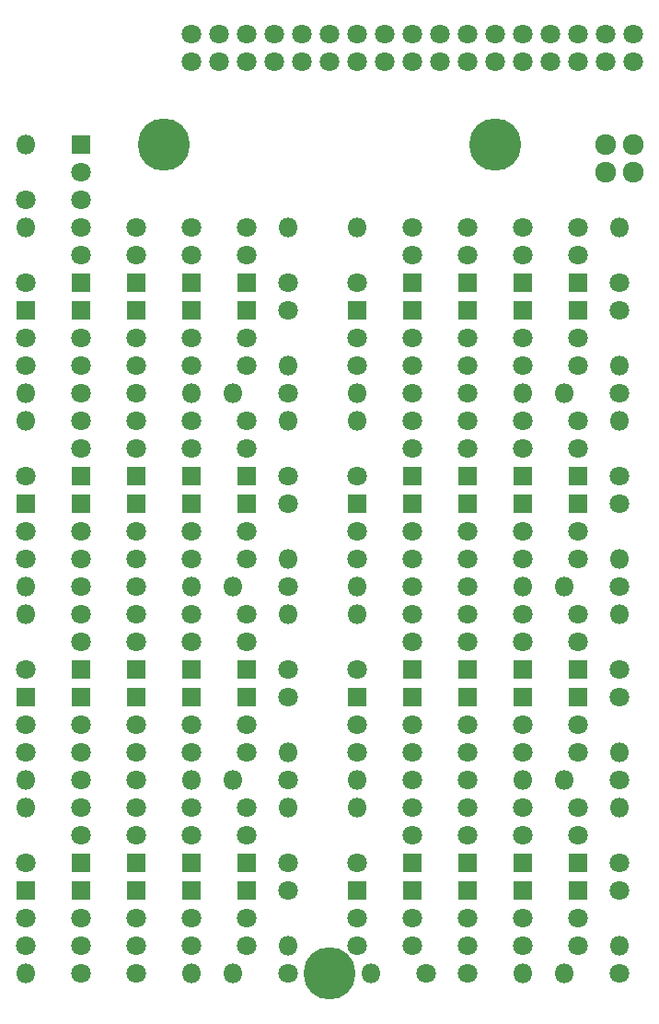
<source format=gbs>
G04 #@! TF.FileFunction,Soldermask,Bot*
%FSLAX46Y46*%
G04 Gerber Fmt 4.6, Leading zero omitted, Abs format (unit mm)*
G04 Created by KiCad (PCBNEW 4.0.7) date Tue May  1 23:41:33 2018*
%MOMM*%
%LPD*%
G01*
G04 APERTURE LIST*
%ADD10C,0.100000*%
%ADD11C,1.800000*%
%ADD12R,1.800000X1.800000*%
%ADD13C,1.924000*%
%ADD14O,1.800000X1.800000*%
%ADD15C,4.800000*%
G04 APERTURE END LIST*
D10*
D11*
X167640000Y-68580000D03*
X167640000Y-71120000D03*
X203200000Y-106680000D03*
X203200000Y-104140000D03*
D12*
X203200000Y-109220000D03*
D11*
X203200000Y-88900000D03*
X203200000Y-86360000D03*
D12*
X203200000Y-91440000D03*
D13*
X208280000Y-78740000D03*
X208280000Y-81280000D03*
X205740000Y-81280000D03*
X205740000Y-78740000D03*
D11*
X152400000Y-83820000D03*
D14*
X152400000Y-78740000D03*
D11*
X207010000Y-147320000D03*
D14*
X207010000Y-152400000D03*
D11*
X207010000Y-154940000D03*
D14*
X201930000Y-154940000D03*
D11*
X193040000Y-154940000D03*
D14*
X198120000Y-154940000D03*
D11*
X189230000Y-154940000D03*
D14*
X184150000Y-154940000D03*
D11*
X207010000Y-144780000D03*
D14*
X207010000Y-139700000D03*
D11*
X182880000Y-144780000D03*
D14*
X182880000Y-139700000D03*
D11*
X207010000Y-129540000D03*
D14*
X207010000Y-134620000D03*
D11*
X207010000Y-137160000D03*
D14*
X201930000Y-137160000D03*
D11*
X193040000Y-137160000D03*
D14*
X198120000Y-137160000D03*
D11*
X187960000Y-137160000D03*
D14*
X182880000Y-137160000D03*
D11*
X207010000Y-127000000D03*
D14*
X207010000Y-121920000D03*
D11*
X182880000Y-127000000D03*
D14*
X182880000Y-121920000D03*
D11*
X207010000Y-111760000D03*
D14*
X207010000Y-116840000D03*
D11*
X207010000Y-119380000D03*
D14*
X201930000Y-119380000D03*
D11*
X193040000Y-119380000D03*
D14*
X198120000Y-119380000D03*
D11*
X187960000Y-119380000D03*
D14*
X182880000Y-119380000D03*
D11*
X207010000Y-109220000D03*
D14*
X207010000Y-104140000D03*
D11*
X182880000Y-109220000D03*
D14*
X182880000Y-104140000D03*
D11*
X207010000Y-93980000D03*
D14*
X207010000Y-99060000D03*
D11*
X207010000Y-101600000D03*
D14*
X201930000Y-101600000D03*
D11*
X193040000Y-101600000D03*
D14*
X198120000Y-101600000D03*
D11*
X187960000Y-101600000D03*
D14*
X182880000Y-101600000D03*
D11*
X207010000Y-91440000D03*
D14*
X207010000Y-86360000D03*
D11*
X182880000Y-91440000D03*
D14*
X182880000Y-86360000D03*
D11*
X176530000Y-147320000D03*
D14*
X176530000Y-152400000D03*
D11*
X176530000Y-154940000D03*
D14*
X171450000Y-154940000D03*
D11*
X162560000Y-154940000D03*
D14*
X167640000Y-154940000D03*
D11*
X157480000Y-154940000D03*
D14*
X152400000Y-154940000D03*
D11*
X176530000Y-144780000D03*
D14*
X176530000Y-139700000D03*
D11*
X152400000Y-144780000D03*
D14*
X152400000Y-139700000D03*
D11*
X176530000Y-129540000D03*
D14*
X176530000Y-134620000D03*
D11*
X176530000Y-137160000D03*
D14*
X171450000Y-137160000D03*
D11*
X162560000Y-137160000D03*
D14*
X167640000Y-137160000D03*
D11*
X157480000Y-137160000D03*
D14*
X152400000Y-137160000D03*
D11*
X176530000Y-127000000D03*
D14*
X176530000Y-121920000D03*
D11*
X152400000Y-127000000D03*
D14*
X152400000Y-121920000D03*
D11*
X176530000Y-111760000D03*
D14*
X176530000Y-116840000D03*
D11*
X176530000Y-119380000D03*
D14*
X171450000Y-119380000D03*
D11*
X162560000Y-119380000D03*
D14*
X167640000Y-119380000D03*
D11*
X157480000Y-119380000D03*
D14*
X152400000Y-119380000D03*
D11*
X176530000Y-109220000D03*
D14*
X176530000Y-104140000D03*
D11*
X152400000Y-109220000D03*
D14*
X152400000Y-104140000D03*
D11*
X176530000Y-93980000D03*
D14*
X176530000Y-99060000D03*
D11*
X176530000Y-101600000D03*
D14*
X171450000Y-101600000D03*
D11*
X162560000Y-101600000D03*
D14*
X167640000Y-101600000D03*
D11*
X157480000Y-101600000D03*
D14*
X152400000Y-101600000D03*
D11*
X176530000Y-91440000D03*
D14*
X176530000Y-86360000D03*
D11*
X152400000Y-91440000D03*
D14*
X152400000Y-86360000D03*
D11*
X198120000Y-88900000D03*
X198120000Y-86360000D03*
D12*
X198120000Y-91440000D03*
D11*
X157480000Y-88900000D03*
X157480000Y-86360000D03*
D12*
X157480000Y-91440000D03*
D11*
X162560000Y-88900000D03*
X162560000Y-86360000D03*
D12*
X162560000Y-91440000D03*
D11*
X167640000Y-88900000D03*
X167640000Y-86360000D03*
D12*
X167640000Y-91440000D03*
D11*
X172720000Y-88900000D03*
X172720000Y-86360000D03*
D12*
X172720000Y-91440000D03*
D11*
X152400000Y-96520000D03*
X152400000Y-99060000D03*
D12*
X152400000Y-93980000D03*
D11*
X157480000Y-96520000D03*
X157480000Y-99060000D03*
D12*
X157480000Y-93980000D03*
D11*
X162560000Y-96520000D03*
X162560000Y-99060000D03*
D12*
X162560000Y-93980000D03*
D11*
X167640000Y-96520000D03*
X167640000Y-99060000D03*
D12*
X167640000Y-93980000D03*
D11*
X172720000Y-96520000D03*
X172720000Y-99060000D03*
D12*
X172720000Y-93980000D03*
D11*
X157480000Y-106680000D03*
X157480000Y-104140000D03*
D12*
X157480000Y-109220000D03*
D11*
X162560000Y-106680000D03*
X162560000Y-104140000D03*
D12*
X162560000Y-109220000D03*
D11*
X167640000Y-106680000D03*
X167640000Y-104140000D03*
D12*
X167640000Y-109220000D03*
D11*
X172720000Y-106680000D03*
X172720000Y-104140000D03*
D12*
X172720000Y-109220000D03*
D11*
X152400000Y-114300000D03*
X152400000Y-116840000D03*
D12*
X152400000Y-111760000D03*
D11*
X157480000Y-114300000D03*
X157480000Y-116840000D03*
D12*
X157480000Y-111760000D03*
D11*
X162560000Y-114300000D03*
X162560000Y-116840000D03*
D12*
X162560000Y-111760000D03*
D11*
X167640000Y-114300000D03*
X167640000Y-116840000D03*
D12*
X167640000Y-111760000D03*
D11*
X172720000Y-114300000D03*
X172720000Y-116840000D03*
D12*
X172720000Y-111760000D03*
D11*
X157480000Y-124460000D03*
X157480000Y-121920000D03*
D12*
X157480000Y-127000000D03*
D11*
X162560000Y-124460000D03*
X162560000Y-121920000D03*
D12*
X162560000Y-127000000D03*
D11*
X167640000Y-124460000D03*
X167640000Y-121920000D03*
D12*
X167640000Y-127000000D03*
D11*
X172720000Y-124460000D03*
X172720000Y-121920000D03*
D12*
X172720000Y-127000000D03*
D11*
X152400000Y-132080000D03*
X152400000Y-134620000D03*
D12*
X152400000Y-129540000D03*
D11*
X157480000Y-132080000D03*
X157480000Y-134620000D03*
D12*
X157480000Y-129540000D03*
D11*
X162560000Y-132080000D03*
X162560000Y-134620000D03*
D12*
X162560000Y-129540000D03*
D11*
X167640000Y-132080000D03*
X167640000Y-134620000D03*
D12*
X167640000Y-129540000D03*
D11*
X172720000Y-132080000D03*
X172720000Y-134620000D03*
D12*
X172720000Y-129540000D03*
D11*
X157480000Y-142240000D03*
X157480000Y-139700000D03*
D12*
X157480000Y-144780000D03*
D11*
X162560000Y-142240000D03*
X162560000Y-139700000D03*
D12*
X162560000Y-144780000D03*
D11*
X167640000Y-142240000D03*
X167640000Y-139700000D03*
D12*
X167640000Y-144780000D03*
D11*
X172720000Y-142240000D03*
X172720000Y-139700000D03*
D12*
X172720000Y-144780000D03*
D11*
X152400000Y-149860000D03*
X152400000Y-152400000D03*
D12*
X152400000Y-147320000D03*
D11*
X157480000Y-149860000D03*
X157480000Y-152400000D03*
D12*
X157480000Y-147320000D03*
D11*
X162560000Y-149860000D03*
X162560000Y-152400000D03*
D12*
X162560000Y-147320000D03*
D11*
X167640000Y-149860000D03*
X167640000Y-152400000D03*
D12*
X167640000Y-147320000D03*
D11*
X172720000Y-149860000D03*
X172720000Y-152400000D03*
D12*
X172720000Y-147320000D03*
D11*
X187960000Y-88900000D03*
X187960000Y-86360000D03*
D12*
X187960000Y-91440000D03*
D11*
X193040000Y-88900000D03*
X193040000Y-86360000D03*
D12*
X193040000Y-91440000D03*
D11*
X182880000Y-96520000D03*
X182880000Y-99060000D03*
D12*
X182880000Y-93980000D03*
D11*
X187960000Y-96520000D03*
X187960000Y-99060000D03*
D12*
X187960000Y-93980000D03*
D11*
X193040000Y-96520000D03*
X193040000Y-99060000D03*
D12*
X193040000Y-93980000D03*
D11*
X198120000Y-96520000D03*
X198120000Y-99060000D03*
D12*
X198120000Y-93980000D03*
D11*
X203200000Y-96520000D03*
X203200000Y-99060000D03*
D12*
X203200000Y-93980000D03*
D11*
X187960000Y-106680000D03*
X187960000Y-104140000D03*
D12*
X187960000Y-109220000D03*
D11*
X193040000Y-106680000D03*
X193040000Y-104140000D03*
D12*
X193040000Y-109220000D03*
D11*
X198120000Y-106680000D03*
X198120000Y-104140000D03*
D12*
X198120000Y-109220000D03*
D11*
X182880000Y-114300000D03*
X182880000Y-116840000D03*
D12*
X182880000Y-111760000D03*
D11*
X187960000Y-114300000D03*
X187960000Y-116840000D03*
D12*
X187960000Y-111760000D03*
D11*
X193040000Y-114300000D03*
X193040000Y-116840000D03*
D12*
X193040000Y-111760000D03*
D11*
X198120000Y-114300000D03*
X198120000Y-116840000D03*
D12*
X198120000Y-111760000D03*
D11*
X203200000Y-114300000D03*
X203200000Y-116840000D03*
D12*
X203200000Y-111760000D03*
D11*
X187960000Y-124460000D03*
X187960000Y-121920000D03*
D12*
X187960000Y-127000000D03*
D11*
X193040000Y-124460000D03*
X193040000Y-121920000D03*
D12*
X193040000Y-127000000D03*
D11*
X198120000Y-124460000D03*
X198120000Y-121920000D03*
D12*
X198120000Y-127000000D03*
D11*
X203200000Y-124460000D03*
X203200000Y-121920000D03*
D12*
X203200000Y-127000000D03*
D11*
X182880000Y-132080000D03*
X182880000Y-134620000D03*
D12*
X182880000Y-129540000D03*
D11*
X187960000Y-132080000D03*
X187960000Y-134620000D03*
D12*
X187960000Y-129540000D03*
D11*
X193040000Y-132080000D03*
X193040000Y-134620000D03*
D12*
X193040000Y-129540000D03*
D11*
X198120000Y-132080000D03*
X198120000Y-134620000D03*
D12*
X198120000Y-129540000D03*
D11*
X203200000Y-132080000D03*
X203200000Y-134620000D03*
D12*
X203200000Y-129540000D03*
D11*
X187960000Y-142240000D03*
X187960000Y-139700000D03*
D12*
X187960000Y-144780000D03*
D11*
X193040000Y-142240000D03*
X193040000Y-139700000D03*
D12*
X193040000Y-144780000D03*
D11*
X198120000Y-142240000D03*
X198120000Y-139700000D03*
D12*
X198120000Y-144780000D03*
D11*
X203200000Y-142240000D03*
X203200000Y-139700000D03*
D12*
X203200000Y-144780000D03*
D11*
X182880000Y-149860000D03*
X182880000Y-152400000D03*
D12*
X182880000Y-147320000D03*
D11*
X187960000Y-149860000D03*
X187960000Y-152400000D03*
D12*
X187960000Y-147320000D03*
D11*
X193040000Y-149860000D03*
X193040000Y-152400000D03*
D12*
X193040000Y-147320000D03*
D11*
X198120000Y-149860000D03*
X198120000Y-152400000D03*
D12*
X198120000Y-147320000D03*
D11*
X203200000Y-149860000D03*
X203200000Y-152400000D03*
D12*
X203200000Y-147320000D03*
D11*
X157480000Y-81280000D03*
X157480000Y-83820000D03*
D12*
X157480000Y-78740000D03*
D11*
X170180000Y-68580000D03*
X172720000Y-68580000D03*
X175260000Y-68580000D03*
X177800000Y-68580000D03*
X180340000Y-68580000D03*
X182880000Y-68580000D03*
X185420000Y-68580000D03*
X187960000Y-68580000D03*
X187960000Y-71120000D03*
X185420000Y-71120000D03*
X182880000Y-71120000D03*
X180340000Y-71120000D03*
X177800000Y-71120000D03*
X175260000Y-71120000D03*
X172720000Y-71120000D03*
X170180000Y-71120000D03*
X190500000Y-68580000D03*
X193040000Y-68580000D03*
X195580000Y-68580000D03*
X198120000Y-68580000D03*
X200660000Y-68580000D03*
X203200000Y-68580000D03*
X205740000Y-68580000D03*
X208280000Y-68580000D03*
X208280000Y-71120000D03*
X205740000Y-71120000D03*
X203200000Y-71120000D03*
X200660000Y-71120000D03*
X198120000Y-71120000D03*
X195580000Y-71120000D03*
X193040000Y-71120000D03*
X190500000Y-71120000D03*
D15*
X165100000Y-78740000D03*
X195580000Y-78740000D03*
X180340000Y-154940000D03*
M02*

</source>
